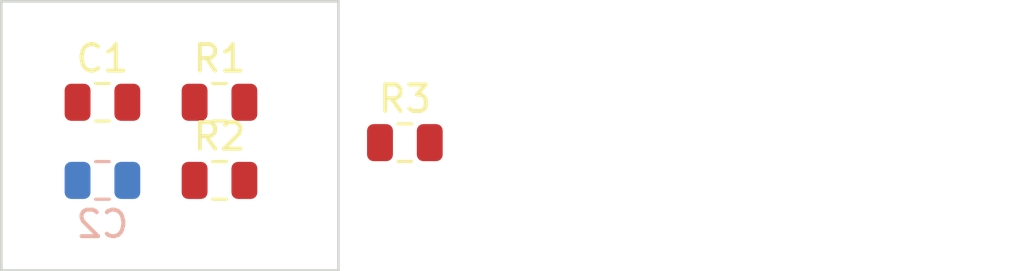
<source format=kicad_pcb>
(kicad_pcb (version 20211014) (generator pcbnew)
  (layers (0 "F.Cu" signal) (31 "B.Cu" signal) (34 "B.Paste" user) (35 "F.Paste" user) (36 "B.SilkS" user "B.Silkscreen") (37 "F.SilkS" user "F.Silkscreen") (38 "B.Mask" user) (39 "F.Mask" user) (44 "Edge.Cuts" user))
  (net 0 "")
  (net 1 "Net-(C1-Pad2)")
  (net 2 "Net-(C1-Pad1)")
  (net 3 "Net-(C2-Pad2)")
  (net 4 "Net-(C2-Pad1)")
  (net 5 "Net-(R1-Pad2)")
  (net 6 "Net-(R1-Pad1)")
  (net 7 "Net-(R2-Pad2)")
  (net 8 "Net-(R2-Pad1)")
  (footprint "Capacitor_SMD:C_0805_2012Metric" (layer "F.Cu") (at 137.16 87.63)
    (fp_text reference "C1" (at 0 -1.65) (layer "F.SilkS"))
    (fp_text value "1nF")
    (fp_line (start -0.258578 0.71) (end 0.258578 0.71) (layer "F.SilkS") (width 0.12))
    (fp_line (start -0.258578 -0.71) (end 0.258578 -0.71) (layer "F.SilkS") (width 0.12))
    (pad "1" smd roundrect locked (at -0.9375 0) (size 0.975 1.4) (layers "F.Cu" "F.Paste" "F.Mask") (net 2 "Net-(C1-Pad1)"))
    (pad "2" smd roundrect locked (at 0.9375 0) (size 0.975 1.4) (layers "F.Cu" "F.Paste" "F.Mask") (net 1 "Net-(C1-Pad2)"))
  )
  (footprint "Resistor_SMD:R_0805_2012Metric" (layer "F.Cu") (at 141.57 90.58)
    (fp_text reference "R2" (at 0 -1.65) (layer "F.SilkS"))
    (fp_text value "1000")
    (fp_line (start -0.258578 0.71) (end 0.258578 0.71) (layer "F.SilkS") (width 0.12))
    (fp_line (start -0.258578 -0.71) (end 0.258578 -0.71) (layer "F.SilkS") (width 0.12))
    (pad "1" smd roundrect locked (at -0.9375 0) (size 0.975 1.4) (layers "F.Cu" "F.Paste" "F.Mask") (net 8 "Net-(R2-Pad1)"))
    (pad "2" smd roundrect locked (at 0.9375 0) (size 0.975 1.4) (layers "F.Cu" "F.Paste" "F.Mask") (net 7 "Net-(R2-Pad2)"))
  )
  (footprint "Resistor_SMD:R_0805_2012Metric" (layer "F.Cu") (at 141.57 87.63)
    (fp_text reference "R1" (at 0 -1.65) (layer "F.SilkS"))
    (fp_text value "1k")
    (fp_line (start -0.258578 0.71) (end 0.258578 0.71) (layer "F.SilkS") (width 0.12))
    (fp_line (start -0.258578 -0.71) (end 0.258578 -0.71) (layer "F.SilkS") (width 0.12))
    (pad "1" smd roundrect locked (at -0.9375 0) (size 0.975 1.4) (layers "F.Cu" "F.Paste" "F.Mask") (net 6 "Net-(R1-Pad1)"))
    (pad "2" smd roundrect locked (at 0.9375 0) (size 0.975 1.4) (layers "F.Cu" "F.Paste" "F.Mask") (net 5 "Net-(R1-Pad2)"))
  )
  (footprint "Resistor_SMD:R_0805_2012Metric" (layer "F.Cu") (at 148.555 89.154)
    (fp_text reference "R3" (at 0 -1.65) (layer "F.SilkS"))
    (fp_text value "1k")
    (fp_line (start -0.258578 -0.71) (end 0.258578 -0.71) (layer "F.SilkS") (width 0.12))
    (fp_line (start -0.258578 0.71) (end 0.258578 0.71) (layer "F.SilkS") (width 0.12))
    (pad "1" smd roundrect locked (at -0.9375 0) (size 0.975 1.4) (layers "F.Cu" "F.Paste" "F.Mask"))
    (pad "2" smd roundrect locked (at 0.9375 0) (size 0.975 1.4) (layers "F.Cu" "F.Paste" "F.Mask"))
  )
  (footprint "Capacitor_SMD:C_0805_2012Metric" (layer "B.Cu") (at 137.16 90.58)
    (fp_text reference "C2" (at 0 1.65) (layer "B.SilkS") (effects (justify mirror)))
    (fp_text value "1000 pF")
    (fp_line (start -0.258578 -0.71) (end 0.258578 -0.71) (layer "B.SilkS") (width 0.12))
    (fp_line (start -0.258578 0.71) (end 0.258578 0.71) (layer "B.SilkS") (width 0.12))
    (pad "1" smd roundrect locked (at -0.9375 0) (size 0.975 1.4) (layers "B.Cu" "B.Paste" "B.Mask") (net 4 "Net-(C2-Pad1)"))
    (pad "2" smd roundrect locked (at 0.9375 0) (size 0.975 1.4) (layers "B.Cu" "B.Paste" "B.Mask") (net 3 "Net-(C2-Pad2)"))
  )
  (gr_line (start 133.35 83.82) (end 133.35 93.98) (layer "Edge.Cuts") (width 0.1))
  (gr_line (start 146.05 83.82) (end 133.35 83.82) (layer "Edge.Cuts") (width 0.1))
  (gr_line (start 146.05 93.98) (end 146.05 83.82) (layer "Edge.Cuts") (width 0.1))
  (gr_line (start 133.35 93.98) (end 146.05 93.98) (layer "Edge.Cuts") (width 0.1))
)
</source>
